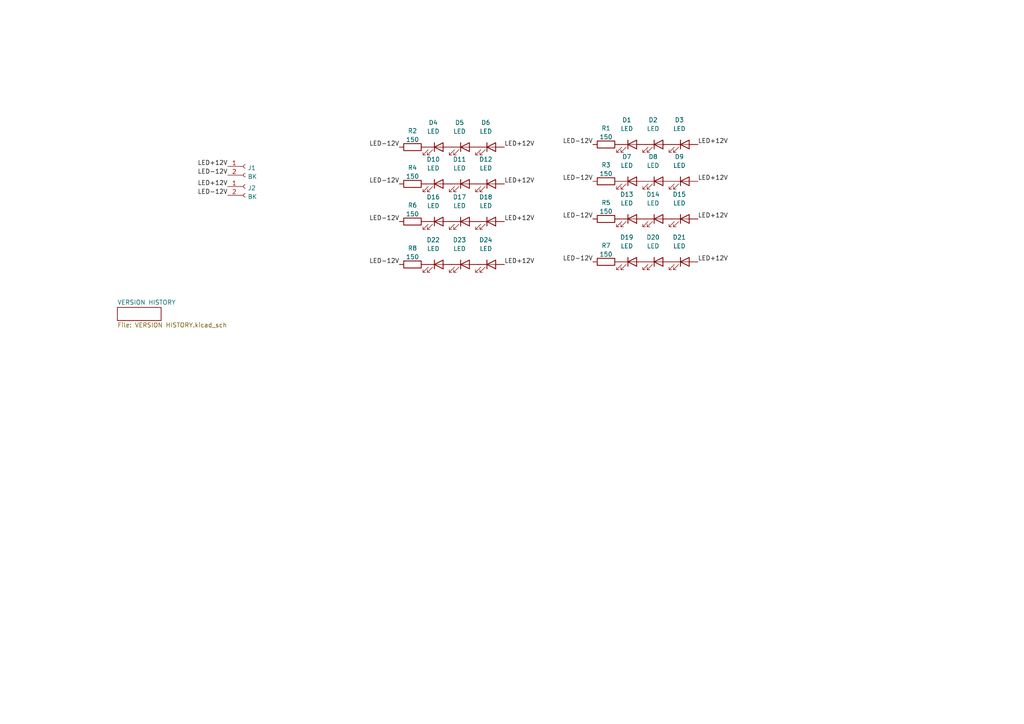
<source format=kicad_sch>
(kicad_sch (version 20211123) (generator eeschema)
  (paper "A4")
  (lib_symbols
    (symbol "Connector:Conn_01x02_Female" (pin_names (offset 1.016) hide)
      (property "Reference" "J" (at 0 2.54 0))
      (property "Value" "Conn_01x02_Female" (at 0 -5.08 0))
      (symbol "Conn_01x02_Female_1_1"
        (arc (start 0 -2.032) (mid -0.508 -2.54) (end 0 -3.048) (stroke (width 0.1524)))
        (polyline (pts (xy -1.27 -2.54) (xy -0.508 -2.54)) (stroke (width 0.1524)))
        (polyline (pts (xy -1.27 0) (xy -0.508 0)) (stroke (width 0.1524)))
        (arc (start 0 0.508) (mid -0.508 0) (end 0 -0.508) (stroke (width 0.1524)))
        (pin passive line (at -5.08 0 0) (length 3.81) (name "Pin_1") (number "1"))
        (pin passive line (at -5.08 -2.54 0) (length 3.81) (name "Pin_2") (number "2"))
      )
    )
    (symbol "Device:LED" (pin_numbers hide) (pin_names (offset 1.016) hide)
      (property "Reference" "D" (at 0 2.54 0))
      (property "Value" "LED" (at 0 -2.54 0))
      (symbol "LED_0_1"
        (polyline (pts (xy -1.27 -1.27) (xy -1.27 1.27)) (stroke (width 0.254)))
        (polyline (pts (xy -1.27 0) (xy 1.27 0)))
        (polyline (pts (xy 1.27 -1.27) (xy 1.27 1.27) (xy -1.27 0) (xy 1.27 -1.27)) (stroke (width 0.254)))
        (polyline (pts (xy -3.048 -0.762) (xy -4.572 -2.286) (xy -3.81 -2.286) (xy -4.572 -2.286) (xy -4.572 -1.524)))
        (polyline (pts (xy -1.778 -0.762) (xy -3.302 -2.286) (xy -2.54 -2.286) (xy -3.302 -2.286) (xy -3.302 -1.524)))
      )
      (symbol "LED_1_1"
        (pin passive line (at -3.81 0 0) (length 2.54) (name "K") (number "1"))
        (pin passive line (at 3.81 0 180) (length 2.54) (name "A") (number "2"))
      )
    )
    (symbol "Device:R" (pin_numbers hide) (pin_names (offset 0))
      (property "Reference" "R" (at 2.032 0 90))
      (property "Value" "R" (at 0 0 90))
      (symbol "R_0_1"
        (rectangle (start -1.016 -2.54) (end 1.016 2.54) (stroke (width 0.254)))
      )
      (symbol "R_1_1"
        (pin passive line (at 0 3.81 270) (length 1.27) (name "~") (number "1"))
        (pin passive line (at 0 -3.81 90) (length 1.27) (name "~") (number "2"))
      )
    )
  )
  (label "LED-12V" (at 171.958 63.5 180))
  (label "LED+12V" (at 202.438 75.946 0))
  (label "LED+12V" (at 146.304 42.672 0))
  (label "LED+12V" (at 66.04 54.102 180))
  (label "LED-12V" (at 115.824 42.672 180))
  (label "LED-12V" (at 171.958 52.578 180))
  (label "LED+12V" (at 202.438 63.5 0))
  (label "LED-12V" (at 66.04 50.8 180))
  (label "LED-12V" (at 171.958 75.946 180))
  (label "LED+12V" (at 66.04 48.26 180))
  (label "LED-12V" (at 115.824 53.34 180))
  (label "LED+12V" (at 146.304 64.262 0))
  (label "LED-12V" (at 115.824 64.262 180))
  (label "LED-12V" (at 115.824 76.708 180))
  (label "LED+12V" (at 146.304 53.34 0))
  (label "LED+12V" (at 146.304 76.708 0))
  (label "LED+12V" (at 202.438 52.578 0))
  (label "LED+12V" (at 202.438 41.91 0))
  (label "LED-12V" (at 66.04 56.642 180))
  (label "LED-12V" (at 171.958 41.91 180))
  (symbol (lib_id "Device:LED") (at 142.494 64.262 0) (unit 1)
    (property "Reference" "D18" (at 140.9065 57.15 0))
    (property "Value" "LED" (at 140.9065 59.69 0))
    (property "Footprint" "LED_THT:LED_D3.0mm" (effects hide))
  )
  (symbol (lib_id "Device:LED") (at 198.628 63.5 0) (unit 1)
    (property "Reference" "D15" (at 197.0405 56.388 0))
    (property "Value" "LED" (at 197.0405 58.928 0))
    (property "Footprint" "LED_THT:LED_D3.0mm" (effects hide))
  )
  (symbol (lib_id "Device:R") (at 175.768 41.91 90) (unit 1)
    (property "Reference" "R1" (at 175.768 37.1942 90))
    (property "Value" "150" (at 175.768 39.7311 90))
    (property "Footprint" "Resistor_THT:R_Axial_DIN0204_L3.6mm_D1.6mm_P2.54mm_Vertical" (effects hide))
  )
  (symbol (lib_id "Device:LED") (at 134.874 53.34 0) (unit 1)
    (property "Reference" "D11" (at 133.2865 46.228 0))
    (property "Value" "LED" (at 133.2865 48.768 0))
    (property "Footprint" "LED_THT:LED_D3.0mm" (effects hide))
  )
  (symbol (lib_id "Device:LED") (at 142.494 76.708 0) (unit 1)
    (property "Reference" "D24" (at 140.9065 69.596 0))
    (property "Value" "LED" (at 140.9065 72.136 0))
    (property "Footprint" "LED_THT:LED_D3.0mm" (effects hide))
  )
  (symbol (lib_id "Device:LED") (at 198.628 52.578 0) (unit 1)
    (property "Reference" "D9" (at 197.0405 45.466 0))
    (property "Value" "LED" (at 197.0405 48.006 0))
    (property "Footprint" "LED_THT:LED_D3.0mm" (effects hide))
  )
  (symbol (lib_id "Device:LED") (at 191.008 41.91 0) (unit 1)
    (property "Reference" "D2" (at 189.4205 34.798 0))
    (property "Value" "LED" (at 189.4205 37.338 0))
    (property "Footprint" "LED_THT:LED_D3.0mm" (effects hide))
  )
  (symbol (lib_id "Device:LED") (at 198.628 75.946 0) (unit 1)
    (property "Reference" "D21" (at 197.0405 68.834 0))
    (property "Value" "LED" (at 197.0405 71.374 0))
    (property "Footprint" "LED_THT:LED_D3.0mm" (effects hide))
  )
  (symbol (lib_id "Device:LED") (at 198.628 41.91 0) (unit 1)
    (property "Reference" "D3" (at 197.0405 34.798 0))
    (property "Value" "LED" (at 197.0405 37.338 0))
    (property "Footprint" "LED_THT:LED_D3.0mm" (effects hide))
  )
  (symbol (lib_id "Device:LED") (at 142.494 42.672 0) (unit 1)
    (property "Reference" "D6" (at 140.9065 35.56 0))
    (property "Value" "LED" (at 140.9065 38.1 0))
    (property "Footprint" "LED_THT:LED_D3.0mm" (effects hide))
  )
  (symbol (lib_id "Device:LED") (at 127.254 76.708 0) (unit 1)
    (property "Reference" "D22" (at 125.6665 69.596 0))
    (property "Value" "LED" (at 125.6665 72.136 0))
    (property "Footprint" "LED_THT:LED_D3.0mm" (effects hide))
  )
  (symbol (lib_id "Device:R") (at 119.634 53.34 90) (unit 1)
    (property "Reference" "R4" (at 119.634 48.6242 90))
    (property "Value" "150" (at 119.634 51.1611 90))
    (property "Footprint" "Resistor_THT:R_Axial_DIN0204_L3.6mm_D1.6mm_P2.54mm_Vertical" (effects hide))
  )
  (symbol (lib_id "Device:LED") (at 127.254 42.672 0) (unit 1)
    (property "Reference" "D4" (at 125.6665 35.56 0))
    (property "Value" "LED" (at 125.6665 38.1 0))
    (property "Footprint" "LED_THT:LED_D3.0mm" (effects hide))
  )
  (symbol (lib_id "Connector:Conn_01x02_Female") (at 71.12 48.26 0) (unit 1)
    (property "Reference" "J1" (at 71.8312 48.6953 0) (effects (justify left)))
    (property "Value" "BK" (at 71.8312 51.2322 0) (effects (justify left)))
    (property "Footprint" "Connector_Molex:Molex_KK-254_AE-6410-02A_1x02_P2.54mm_Vertical" (effects hide))
  )
  (symbol (lib_id "Device:R") (at 119.634 76.708 90) (unit 1)
    (property "Reference" "R8" (at 119.634 71.9922 90))
    (property "Value" "150" (at 119.634 74.5291 90))
    (property "Footprint" "Resistor_THT:R_Axial_DIN0204_L3.6mm_D1.6mm_P2.54mm_Vertical" (effects hide))
  )
  (symbol (lib_id "Device:LED") (at 134.874 42.672 0) (unit 1)
    (property "Reference" "D5" (at 133.2865 35.56 0))
    (property "Value" "LED" (at 133.2865 38.1 0))
    (property "Footprint" "LED_THT:LED_D3.0mm" (effects hide))
  )
  (symbol (lib_id "Device:R") (at 175.768 52.578 90) (unit 1)
    (property "Reference" "R3" (at 175.768 47.8622 90))
    (property "Value" "150" (at 175.768 50.3991 90))
    (property "Footprint" "Resistor_THT:R_Axial_DIN0204_L3.6mm_D1.6mm_P2.54mm_Vertical" (effects hide))
  )
  (symbol (lib_id "Device:LED") (at 127.254 64.262 0) (unit 1)
    (property "Reference" "D16" (at 125.6665 57.15 0))
    (property "Value" "LED" (at 125.6665 59.69 0))
    (property "Footprint" "LED_THT:LED_D3.0mm" (effects hide))
  )
  (symbol (lib_id "Device:LED") (at 183.388 75.946 0) (unit 1)
    (property "Reference" "D19" (at 181.8005 68.834 0))
    (property "Value" "LED" (at 181.8005 71.374 0))
    (property "Footprint" "LED_THT:LED_D3.0mm" (effects hide))
  )
  (symbol (lib_id "Device:R") (at 119.634 64.262 90) (unit 1)
    (property "Reference" "R6" (at 119.634 59.5462 90))
    (property "Value" "150" (at 119.634 62.0831 90))
    (property "Footprint" "Resistor_THT:R_Axial_DIN0204_L3.6mm_D1.6mm_P2.54mm_Vertical" (effects hide))
  )
  (symbol (lib_id "Device:LED") (at 191.008 52.578 0) (unit 1)
    (property "Reference" "D8" (at 189.4205 45.466 0))
    (property "Value" "LED" (at 189.4205 48.006 0))
    (property "Footprint" "LED_THT:LED_D3.0mm" (effects hide))
  )
  (symbol (lib_id "Device:LED") (at 134.874 76.708 0) (unit 1)
    (property "Reference" "D23" (at 133.2865 69.596 0))
    (property "Value" "LED" (at 133.2865 72.136 0))
    (property "Footprint" "LED_THT:LED_D3.0mm" (effects hide))
  )
  (symbol (lib_id "Device:LED") (at 183.388 52.578 0) (unit 1)
    (property "Reference" "D7" (at 181.8005 45.466 0))
    (property "Value" "LED" (at 181.8005 48.006 0))
    (property "Footprint" "LED_THT:LED_D3.0mm" (effects hide))
  )
  (symbol (lib_id "Device:R") (at 175.768 75.946 90) (unit 1)
    (property "Reference" "R7" (at 175.768 71.2302 90))
    (property "Value" "150" (at 175.768 73.7671 90))
    (property "Footprint" "Resistor_THT:R_Axial_DIN0204_L3.6mm_D1.6mm_P2.54mm_Vertical" (effects hide))
  )
  (symbol (lib_id "Device:LED") (at 183.388 63.5 0) (unit 1)
    (property "Reference" "D13" (at 181.8005 56.388 0))
    (property "Value" "LED" (at 181.8005 58.928 0))
    (property "Footprint" "LED_THT:LED_D3.0mm" (effects hide))
  )
  (symbol (lib_id "Connector:Conn_01x02_Female") (at 71.12 54.102 0) (unit 1)
    (property "Reference" "J2" (at 71.8312 54.5373 0) (effects (justify left)))
    (property "Value" "BK" (at 71.8312 57.0742 0) (effects (justify left)))
    (property "Footprint" "Connector_Molex:Molex_KK-254_AE-6410-02A_1x02_P2.54mm_Vertical" (effects hide))
  )
  (symbol (lib_id "Device:LED") (at 127.254 53.34 0) (unit 1)
    (property "Reference" "D10" (at 125.6665 46.228 0))
    (property "Value" "LED" (at 125.6665 48.768 0))
    (property "Footprint" "LED_THT:LED_D3.0mm" (effects hide))
  )
  (symbol (lib_id "Device:LED") (at 191.008 63.5 0) (unit 1)
    (property "Reference" "D14" (at 189.4205 56.388 0))
    (property "Value" "LED" (at 189.4205 58.928 0))
    (property "Footprint" "LED_THT:LED_D3.0mm" (effects hide))
  )
  (symbol (lib_id "Device:LED") (at 142.494 53.34 0) (unit 1)
    (property "Reference" "D12" (at 140.9065 46.228 0))
    (property "Value" "LED" (at 140.9065 48.768 0))
    (property "Footprint" "LED_THT:LED_D3.0mm" (effects hide))
  )
  (symbol (lib_id "Device:LED") (at 134.874 64.262 0) (unit 1)
    (property "Reference" "D17" (at 133.2865 57.15 0))
    (property "Value" "LED" (at 133.2865 59.69 0))
    (property "Footprint" "LED_THT:LED_D3.0mm" (effects hide))
  )
  (symbol (lib_id "Device:R") (at 119.634 42.672 90) (unit 1)
    (property "Reference" "R2" (at 119.634 37.9562 90))
    (property "Value" "150" (at 119.634 40.4931 90))
    (property "Footprint" "Resistor_THT:R_Axial_DIN0204_L3.6mm_D1.6mm_P2.54mm_Vertical" (effects hide))
  )
  (symbol (lib_id "Device:LED") (at 183.388 41.91 0) (unit 1)
    (property "Reference" "D1" (at 181.8005 34.798 0))
    (property "Value" "LED" (at 181.8005 37.338 0))
    (property "Footprint" "LED_THT:LED_D3.0mm" (effects hide))
  )
  (symbol (lib_id "Device:LED") (at 191.008 75.946 0) (unit 1)
    (property "Reference" "D20" (at 189.4205 68.834 0))
    (property "Value" "LED" (at 189.4205 71.374 0))
    (property "Footprint" "LED_THT:LED_D3.0mm" (effects hide))
  )
  (symbol (lib_id "Device:R") (at 175.768 63.5 90) (unit 1)
    (property "Reference" "R5" (at 175.768 58.7842 90))
    (property "Value" "150" (at 175.768 61.3211 90))
    (property "Footprint" "Resistor_THT:R_Axial_DIN0204_L3.6mm_D1.6mm_P2.54mm_Vertical" (effects hide))
  )
  (sheet (at 34.036 89.154) (size 12.7 3.81) (stroke (width 0.1524))
    (property "Sheet name" "VERSION HISTORY" (at 34.036 88.4424 0) (effects (justify left bottom)))
    (property "Sheet file" "VERSION HISTORY.kicad_sch" (at 34.036 93.5486 0) (effects (justify left top)))
  )
)
</source>
